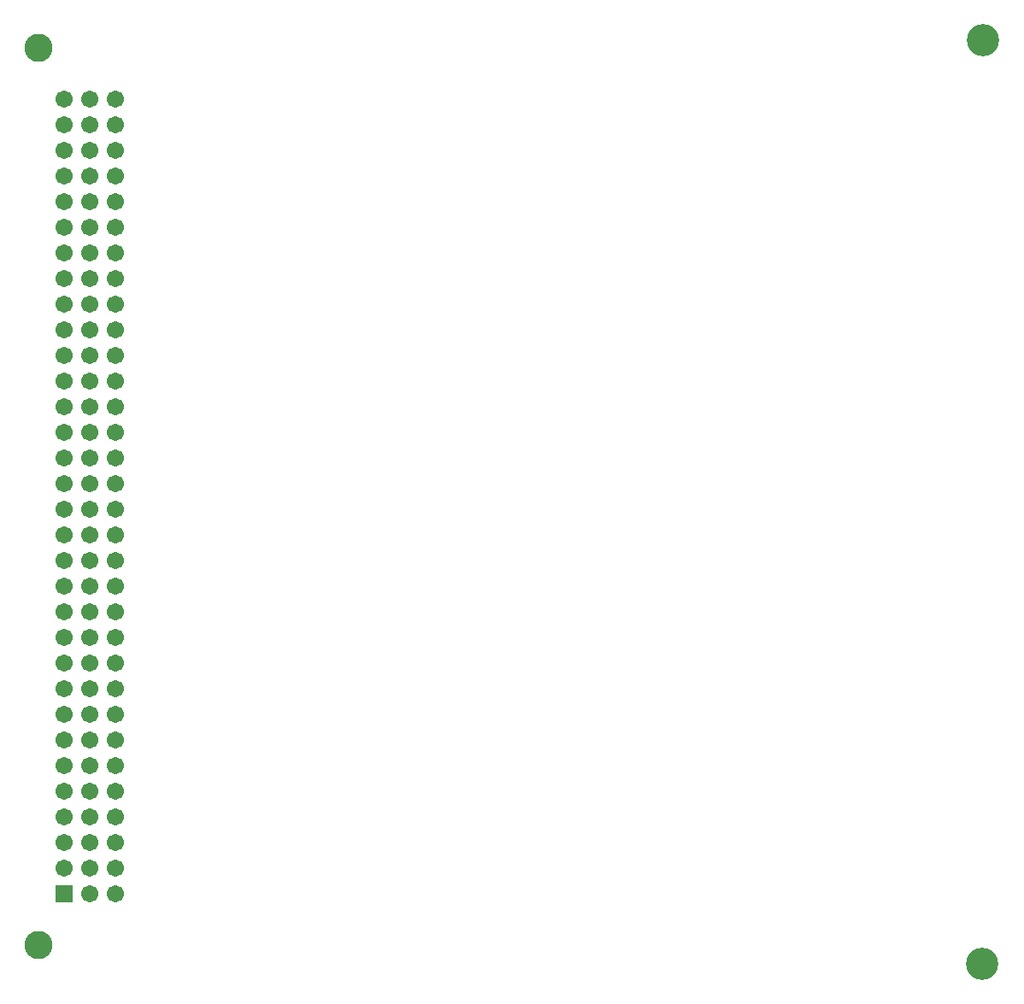
<source format=gbr>
%TF.GenerationSoftware,KiCad,Pcbnew,8.0.5-8.0.5-0~ubuntu24.04.1*%
%TF.CreationDate,2024-09-12T21:52:08+03:00*%
%TF.ProjectId,alu,616c752e-6b69-4636-9164-5f7063625858,rev?*%
%TF.SameCoordinates,Original*%
%TF.FileFunction,Soldermask,Bot*%
%TF.FilePolarity,Negative*%
%FSLAX46Y46*%
G04 Gerber Fmt 4.6, Leading zero omitted, Abs format (unit mm)*
G04 Created by KiCad (PCBNEW 8.0.5-8.0.5-0~ubuntu24.04.1) date 2024-09-12 21:52:08*
%MOMM*%
%LPD*%
G01*
G04 APERTURE LIST*
G04 Aperture macros list*
%AMRoundRect*
0 Rectangle with rounded corners*
0 $1 Rounding radius*
0 $2 $3 $4 $5 $6 $7 $8 $9 X,Y pos of 4 corners*
0 Add a 4 corners polygon primitive as box body*
4,1,4,$2,$3,$4,$5,$6,$7,$8,$9,$2,$3,0*
0 Add four circle primitives for the rounded corners*
1,1,$1+$1,$2,$3*
1,1,$1+$1,$4,$5*
1,1,$1+$1,$6,$7*
1,1,$1+$1,$8,$9*
0 Add four rect primitives between the rounded corners*
20,1,$1+$1,$2,$3,$4,$5,0*
20,1,$1+$1,$4,$5,$6,$7,0*
20,1,$1+$1,$6,$7,$8,$9,0*
20,1,$1+$1,$8,$9,$2,$3,0*%
G04 Aperture macros list end*
%ADD10C,2.790000*%
%ADD11RoundRect,0.102000X-0.754000X0.754000X-0.754000X-0.754000X0.754000X-0.754000X0.754000X0.754000X0*%
%ADD12C,1.712000*%
%ADD13C,3.200000*%
G04 APERTURE END LIST*
D10*
%TO.C,J1*%
X41910000Y-31750000D03*
X41910000Y-120650000D03*
D11*
X44450000Y-115570000D03*
D12*
X44450000Y-113030000D03*
X44450000Y-110490000D03*
X44450000Y-107950000D03*
X44450000Y-105410000D03*
X44450000Y-102870000D03*
X44450000Y-100330000D03*
X44450000Y-97790000D03*
X44450000Y-95250000D03*
X44450000Y-92710000D03*
X44450000Y-90170000D03*
X44450000Y-87630000D03*
X44450000Y-85090000D03*
X44450000Y-82550000D03*
X44450000Y-80010000D03*
X44450000Y-77470000D03*
X44450000Y-74930000D03*
X44450000Y-72390000D03*
X44450000Y-69850000D03*
X44450000Y-67310000D03*
X44450000Y-64770000D03*
X44450000Y-62230000D03*
X44450000Y-59690000D03*
X44450000Y-57150000D03*
X44450000Y-54610000D03*
X44450000Y-52070000D03*
X44450000Y-49530000D03*
X44450000Y-46990000D03*
X44450000Y-44450000D03*
X44450000Y-41910000D03*
X44450000Y-39370000D03*
X44450000Y-36830000D03*
X46990000Y-115570000D03*
X46990000Y-113030000D03*
X46990000Y-110490000D03*
X46990000Y-107950000D03*
X46990000Y-105410000D03*
X46990000Y-102870000D03*
X46990000Y-100330000D03*
X46990000Y-97790000D03*
X46990000Y-95250000D03*
X46990000Y-92710000D03*
X46990000Y-90170000D03*
X46990000Y-87630000D03*
X46990000Y-85090000D03*
X46990000Y-82550000D03*
X46990000Y-80010000D03*
X46990000Y-77470000D03*
X46990000Y-74930000D03*
X46990000Y-72390000D03*
X46990000Y-69850000D03*
X46990000Y-67310000D03*
X46990000Y-64770000D03*
X46990000Y-62230000D03*
X46990000Y-59690000D03*
X46990000Y-57150000D03*
X46990000Y-54610000D03*
X46990000Y-52070000D03*
X46990000Y-49530000D03*
X46990000Y-46990000D03*
X46990000Y-44450000D03*
X46990000Y-41910000D03*
X46990000Y-39370000D03*
X46990000Y-36830000D03*
X49530000Y-115570000D03*
X49530000Y-113030000D03*
X49530000Y-110490000D03*
X49530000Y-107950000D03*
X49530000Y-105410000D03*
X49530000Y-102870000D03*
X49530000Y-100330000D03*
X49530000Y-97790000D03*
X49530000Y-95250000D03*
X49530000Y-92710000D03*
X49530000Y-90170000D03*
X49530000Y-87630000D03*
X49530000Y-85090000D03*
X49530000Y-82550000D03*
X49530000Y-80010000D03*
X49530000Y-77470000D03*
X49530000Y-74930000D03*
X49530000Y-72390000D03*
X49530000Y-69850000D03*
X49530000Y-67310000D03*
X49530000Y-64770000D03*
X49530000Y-62230000D03*
X49530000Y-59690000D03*
X49530000Y-57150000D03*
X49530000Y-54610000D03*
X49530000Y-52070000D03*
X49530000Y-49530000D03*
X49530000Y-46990000D03*
X49530000Y-44450000D03*
X49530000Y-41910000D03*
X49530000Y-39370000D03*
X49530000Y-36830000D03*
%TD*%
D13*
%TO.C,REF\u002A\u002A*%
X135500000Y-30988000D03*
%TD*%
%TO.C,REF\u002A\u002A*%
X135373000Y-122555000D03*
%TD*%
M02*

</source>
